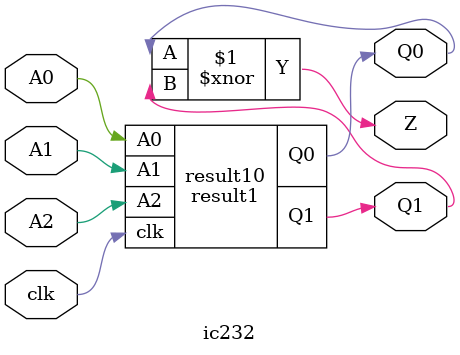
<source format=v>


module kb(input K, input B, input clk, output reg Q);

  initial begin
		Q = 0;
	end

  always @ (posedge clk)
    begin
      if (~K & ~B)
        begin
          Q = ~Q;
        end
      else if (~K & B) 
        begin
          Q = 0;
        end
      else if (K & ~B) 
        begin
          Q = 1;
        end
      else
        begin
          Q = Q;
        end
    end
endmodule

module result1(input A0, input A1, input A2,input clk, output Q0, output Q1);
  kb kb0((A0 ~| A1) & ~A2,A1,clk,Q0);
  kb kb1(~A2,(~A0 | A1) ^ A2,clk,Q1);
endmodule

module ic232(input A0, input A1, input A2, input clk, output Q0, output Q1, output Z);

  result1 result10(A0,A1,A2,clk,Q0,Q1);
  assign Z = (Q0 ~^ Q1);


endmodule


</source>
